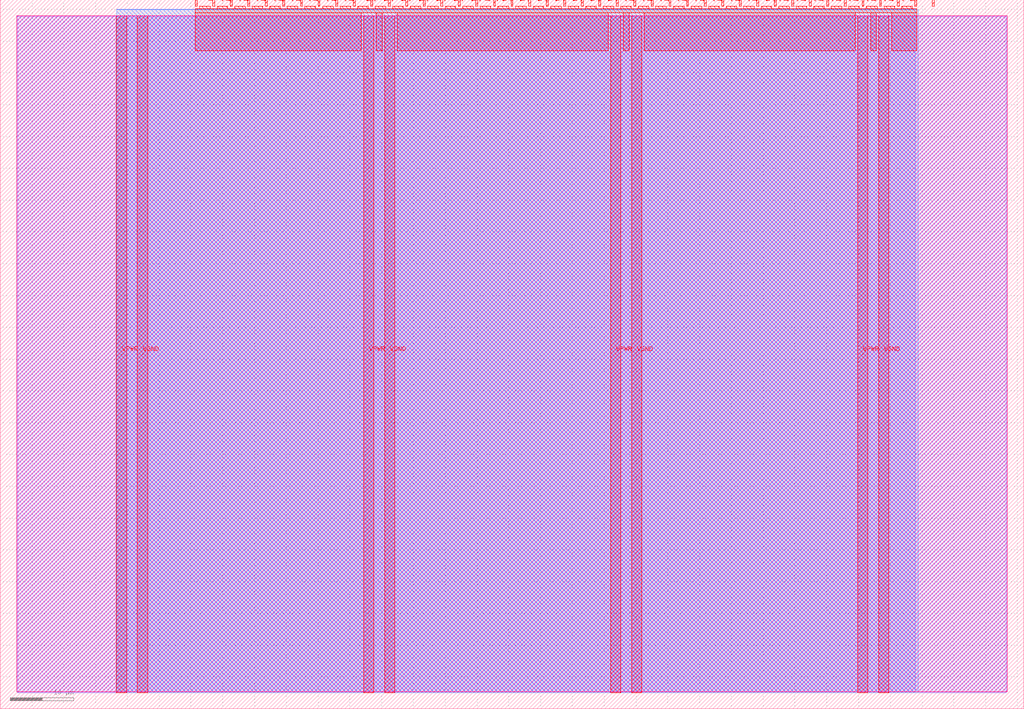
<source format=lef>
VERSION 5.7 ;
  NOWIREEXTENSIONATPIN ON ;
  DIVIDERCHAR "/" ;
  BUSBITCHARS "[]" ;
MACRO tt_um_wokwi_414121532514097153
  CLASS BLOCK ;
  FOREIGN tt_um_wokwi_414121532514097153 ;
  ORIGIN 0.000 0.000 ;
  SIZE 161.000 BY 111.520 ;
  PIN VGND
    DIRECTION INOUT ;
    USE GROUND ;
    PORT
      LAYER met4 ;
        RECT 21.580 2.480 23.180 109.040 ;
    END
    PORT
      LAYER met4 ;
        RECT 60.450 2.480 62.050 109.040 ;
    END
    PORT
      LAYER met4 ;
        RECT 99.320 2.480 100.920 109.040 ;
    END
    PORT
      LAYER met4 ;
        RECT 138.190 2.480 139.790 109.040 ;
    END
  END VGND
  PIN VPWR
    DIRECTION INOUT ;
    USE POWER ;
    PORT
      LAYER met4 ;
        RECT 18.280 2.480 19.880 109.040 ;
    END
    PORT
      LAYER met4 ;
        RECT 57.150 2.480 58.750 109.040 ;
    END
    PORT
      LAYER met4 ;
        RECT 96.020 2.480 97.620 109.040 ;
    END
    PORT
      LAYER met4 ;
        RECT 134.890 2.480 136.490 109.040 ;
    END
  END VPWR
  PIN clk
    DIRECTION INPUT ;
    USE SIGNAL ;
    ANTENNAGATEAREA 0.852000 ;
    PORT
      LAYER met4 ;
        RECT 143.830 110.520 144.130 111.520 ;
    END
  END clk
  PIN ena
    DIRECTION INPUT ;
    USE SIGNAL ;
    PORT
      LAYER met4 ;
        RECT 146.590 110.520 146.890 111.520 ;
    END
  END ena
  PIN rst_n
    DIRECTION INPUT ;
    USE SIGNAL ;
    ANTENNAGATEAREA 0.196500 ;
    PORT
      LAYER met4 ;
        RECT 141.070 110.520 141.370 111.520 ;
    END
  END rst_n
  PIN ui_in[0]
    DIRECTION INPUT ;
    USE SIGNAL ;
    PORT
      LAYER met4 ;
        RECT 138.310 110.520 138.610 111.520 ;
    END
  END ui_in[0]
  PIN ui_in[1]
    DIRECTION INPUT ;
    USE SIGNAL ;
    PORT
      LAYER met4 ;
        RECT 135.550 110.520 135.850 111.520 ;
    END
  END ui_in[1]
  PIN ui_in[2]
    DIRECTION INPUT ;
    USE SIGNAL ;
    PORT
      LAYER met4 ;
        RECT 132.790 110.520 133.090 111.520 ;
    END
  END ui_in[2]
  PIN ui_in[3]
    DIRECTION INPUT ;
    USE SIGNAL ;
    PORT
      LAYER met4 ;
        RECT 130.030 110.520 130.330 111.520 ;
    END
  END ui_in[3]
  PIN ui_in[4]
    DIRECTION INPUT ;
    USE SIGNAL ;
    PORT
      LAYER met4 ;
        RECT 127.270 110.520 127.570 111.520 ;
    END
  END ui_in[4]
  PIN ui_in[5]
    DIRECTION INPUT ;
    USE SIGNAL ;
    PORT
      LAYER met4 ;
        RECT 124.510 110.520 124.810 111.520 ;
    END
  END ui_in[5]
  PIN ui_in[6]
    DIRECTION INPUT ;
    USE SIGNAL ;
    PORT
      LAYER met4 ;
        RECT 121.750 110.520 122.050 111.520 ;
    END
  END ui_in[6]
  PIN ui_in[7]
    DIRECTION INPUT ;
    USE SIGNAL ;
    PORT
      LAYER met4 ;
        RECT 118.990 110.520 119.290 111.520 ;
    END
  END ui_in[7]
  PIN uio_in[0]
    DIRECTION INPUT ;
    USE SIGNAL ;
    PORT
      LAYER met4 ;
        RECT 116.230 110.520 116.530 111.520 ;
    END
  END uio_in[0]
  PIN uio_in[1]
    DIRECTION INPUT ;
    USE SIGNAL ;
    PORT
      LAYER met4 ;
        RECT 113.470 110.520 113.770 111.520 ;
    END
  END uio_in[1]
  PIN uio_in[2]
    DIRECTION INPUT ;
    USE SIGNAL ;
    PORT
      LAYER met4 ;
        RECT 110.710 110.520 111.010 111.520 ;
    END
  END uio_in[2]
  PIN uio_in[3]
    DIRECTION INPUT ;
    USE SIGNAL ;
    PORT
      LAYER met4 ;
        RECT 107.950 110.520 108.250 111.520 ;
    END
  END uio_in[3]
  PIN uio_in[4]
    DIRECTION INPUT ;
    USE SIGNAL ;
    PORT
      LAYER met4 ;
        RECT 105.190 110.520 105.490 111.520 ;
    END
  END uio_in[4]
  PIN uio_in[5]
    DIRECTION INPUT ;
    USE SIGNAL ;
    PORT
      LAYER met4 ;
        RECT 102.430 110.520 102.730 111.520 ;
    END
  END uio_in[5]
  PIN uio_in[6]
    DIRECTION INPUT ;
    USE SIGNAL ;
    PORT
      LAYER met4 ;
        RECT 99.670 110.520 99.970 111.520 ;
    END
  END uio_in[6]
  PIN uio_in[7]
    DIRECTION INPUT ;
    USE SIGNAL ;
    PORT
      LAYER met4 ;
        RECT 96.910 110.520 97.210 111.520 ;
    END
  END uio_in[7]
  PIN uio_oe[0]
    DIRECTION OUTPUT ;
    USE SIGNAL ;
    PORT
      LAYER met4 ;
        RECT 49.990 110.520 50.290 111.520 ;
    END
  END uio_oe[0]
  PIN uio_oe[1]
    DIRECTION OUTPUT ;
    USE SIGNAL ;
    PORT
      LAYER met4 ;
        RECT 47.230 110.520 47.530 111.520 ;
    END
  END uio_oe[1]
  PIN uio_oe[2]
    DIRECTION OUTPUT ;
    USE SIGNAL ;
    PORT
      LAYER met4 ;
        RECT 44.470 110.520 44.770 111.520 ;
    END
  END uio_oe[2]
  PIN uio_oe[3]
    DIRECTION OUTPUT ;
    USE SIGNAL ;
    PORT
      LAYER met4 ;
        RECT 41.710 110.520 42.010 111.520 ;
    END
  END uio_oe[3]
  PIN uio_oe[4]
    DIRECTION OUTPUT ;
    USE SIGNAL ;
    PORT
      LAYER met4 ;
        RECT 38.950 110.520 39.250 111.520 ;
    END
  END uio_oe[4]
  PIN uio_oe[5]
    DIRECTION OUTPUT ;
    USE SIGNAL ;
    PORT
      LAYER met4 ;
        RECT 36.190 110.520 36.490 111.520 ;
    END
  END uio_oe[5]
  PIN uio_oe[6]
    DIRECTION OUTPUT ;
    USE SIGNAL ;
    PORT
      LAYER met4 ;
        RECT 33.430 110.520 33.730 111.520 ;
    END
  END uio_oe[6]
  PIN uio_oe[7]
    DIRECTION OUTPUT ;
    USE SIGNAL ;
    PORT
      LAYER met4 ;
        RECT 30.670 110.520 30.970 111.520 ;
    END
  END uio_oe[7]
  PIN uio_out[0]
    DIRECTION OUTPUT ;
    USE SIGNAL ;
    PORT
      LAYER met4 ;
        RECT 72.070 110.520 72.370 111.520 ;
    END
  END uio_out[0]
  PIN uio_out[1]
    DIRECTION OUTPUT ;
    USE SIGNAL ;
    PORT
      LAYER met4 ;
        RECT 69.310 110.520 69.610 111.520 ;
    END
  END uio_out[1]
  PIN uio_out[2]
    DIRECTION OUTPUT ;
    USE SIGNAL ;
    PORT
      LAYER met4 ;
        RECT 66.550 110.520 66.850 111.520 ;
    END
  END uio_out[2]
  PIN uio_out[3]
    DIRECTION OUTPUT ;
    USE SIGNAL ;
    PORT
      LAYER met4 ;
        RECT 63.790 110.520 64.090 111.520 ;
    END
  END uio_out[3]
  PIN uio_out[4]
    DIRECTION OUTPUT ;
    USE SIGNAL ;
    PORT
      LAYER met4 ;
        RECT 61.030 110.520 61.330 111.520 ;
    END
  END uio_out[4]
  PIN uio_out[5]
    DIRECTION OUTPUT ;
    USE SIGNAL ;
    PORT
      LAYER met4 ;
        RECT 58.270 110.520 58.570 111.520 ;
    END
  END uio_out[5]
  PIN uio_out[6]
    DIRECTION OUTPUT ;
    USE SIGNAL ;
    PORT
      LAYER met4 ;
        RECT 55.510 110.520 55.810 111.520 ;
    END
  END uio_out[6]
  PIN uio_out[7]
    DIRECTION OUTPUT ;
    USE SIGNAL ;
    PORT
      LAYER met4 ;
        RECT 52.750 110.520 53.050 111.520 ;
    END
  END uio_out[7]
  PIN uo_out[0]
    DIRECTION OUTPUT ;
    USE SIGNAL ;
    ANTENNADIFFAREA 0.795200 ;
    PORT
      LAYER met4 ;
        RECT 94.150 110.520 94.450 111.520 ;
    END
  END uo_out[0]
  PIN uo_out[1]
    DIRECTION OUTPUT ;
    USE SIGNAL ;
    ANTENNADIFFAREA 0.445500 ;
    PORT
      LAYER met4 ;
        RECT 91.390 110.520 91.690 111.520 ;
    END
  END uo_out[1]
  PIN uo_out[2]
    DIRECTION OUTPUT ;
    USE SIGNAL ;
    ANTENNADIFFAREA 0.445500 ;
    PORT
      LAYER met4 ;
        RECT 88.630 110.520 88.930 111.520 ;
    END
  END uo_out[2]
  PIN uo_out[3]
    DIRECTION OUTPUT ;
    USE SIGNAL ;
    ANTENNADIFFAREA 0.445500 ;
    PORT
      LAYER met4 ;
        RECT 85.870 110.520 86.170 111.520 ;
    END
  END uo_out[3]
  PIN uo_out[4]
    DIRECTION OUTPUT ;
    USE SIGNAL ;
    ANTENNADIFFAREA 0.445500 ;
    PORT
      LAYER met4 ;
        RECT 83.110 110.520 83.410 111.520 ;
    END
  END uo_out[4]
  PIN uo_out[5]
    DIRECTION OUTPUT ;
    USE SIGNAL ;
    ANTENNADIFFAREA 0.445500 ;
    PORT
      LAYER met4 ;
        RECT 80.350 110.520 80.650 111.520 ;
    END
  END uo_out[5]
  PIN uo_out[6]
    DIRECTION OUTPUT ;
    USE SIGNAL ;
    ANTENNADIFFAREA 0.445500 ;
    PORT
      LAYER met4 ;
        RECT 77.590 110.520 77.890 111.520 ;
    END
  END uo_out[6]
  PIN uo_out[7]
    DIRECTION OUTPUT ;
    USE SIGNAL ;
    ANTENNADIFFAREA 0.445500 ;
    PORT
      LAYER met4 ;
        RECT 74.830 110.520 75.130 111.520 ;
    END
  END uo_out[7]
  OBS
      LAYER nwell ;
        RECT 2.570 2.635 158.430 108.990 ;
      LAYER li1 ;
        RECT 2.760 2.635 158.240 108.885 ;
      LAYER met1 ;
        RECT 2.760 2.480 158.240 109.040 ;
      LAYER met2 ;
        RECT 18.310 2.535 143.890 110.005 ;
      LAYER met3 ;
        RECT 18.290 2.555 144.370 109.985 ;
      LAYER met4 ;
        RECT 31.370 110.120 33.030 110.520 ;
        RECT 34.130 110.120 35.790 110.520 ;
        RECT 36.890 110.120 38.550 110.520 ;
        RECT 39.650 110.120 41.310 110.520 ;
        RECT 42.410 110.120 44.070 110.520 ;
        RECT 45.170 110.120 46.830 110.520 ;
        RECT 47.930 110.120 49.590 110.520 ;
        RECT 50.690 110.120 52.350 110.520 ;
        RECT 53.450 110.120 55.110 110.520 ;
        RECT 56.210 110.120 57.870 110.520 ;
        RECT 58.970 110.120 60.630 110.520 ;
        RECT 61.730 110.120 63.390 110.520 ;
        RECT 64.490 110.120 66.150 110.520 ;
        RECT 67.250 110.120 68.910 110.520 ;
        RECT 70.010 110.120 71.670 110.520 ;
        RECT 72.770 110.120 74.430 110.520 ;
        RECT 75.530 110.120 77.190 110.520 ;
        RECT 78.290 110.120 79.950 110.520 ;
        RECT 81.050 110.120 82.710 110.520 ;
        RECT 83.810 110.120 85.470 110.520 ;
        RECT 86.570 110.120 88.230 110.520 ;
        RECT 89.330 110.120 90.990 110.520 ;
        RECT 92.090 110.120 93.750 110.520 ;
        RECT 94.850 110.120 96.510 110.520 ;
        RECT 97.610 110.120 99.270 110.520 ;
        RECT 100.370 110.120 102.030 110.520 ;
        RECT 103.130 110.120 104.790 110.520 ;
        RECT 105.890 110.120 107.550 110.520 ;
        RECT 108.650 110.120 110.310 110.520 ;
        RECT 111.410 110.120 113.070 110.520 ;
        RECT 114.170 110.120 115.830 110.520 ;
        RECT 116.930 110.120 118.590 110.520 ;
        RECT 119.690 110.120 121.350 110.520 ;
        RECT 122.450 110.120 124.110 110.520 ;
        RECT 125.210 110.120 126.870 110.520 ;
        RECT 127.970 110.120 129.630 110.520 ;
        RECT 130.730 110.120 132.390 110.520 ;
        RECT 133.490 110.120 135.150 110.520 ;
        RECT 136.250 110.120 137.910 110.520 ;
        RECT 139.010 110.120 140.670 110.520 ;
        RECT 141.770 110.120 143.430 110.520 ;
        RECT 30.655 109.440 144.145 110.120 ;
        RECT 30.655 103.535 56.750 109.440 ;
        RECT 59.150 103.535 60.050 109.440 ;
        RECT 62.450 103.535 95.620 109.440 ;
        RECT 98.020 103.535 98.920 109.440 ;
        RECT 101.320 103.535 134.490 109.440 ;
        RECT 136.890 103.535 137.790 109.440 ;
        RECT 140.190 103.535 144.145 109.440 ;
  END
END tt_um_wokwi_414121532514097153
END LIBRARY


</source>
